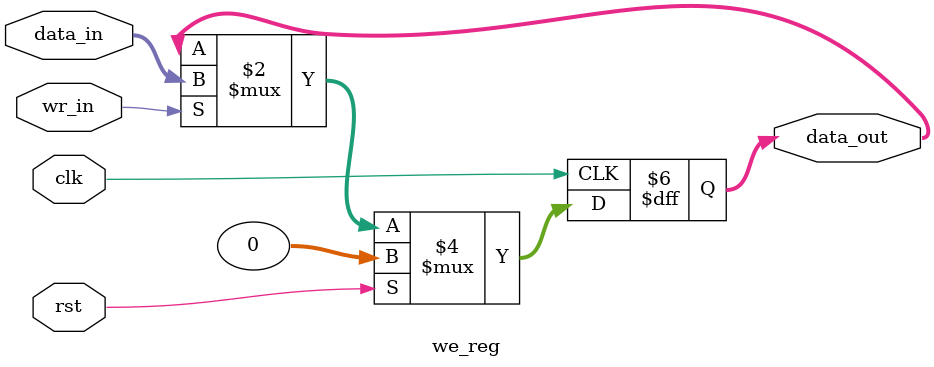
<source format=sv>

module we_reg (
        input logic clk,
        input logic rst,

	input logic[31:0] data_in,
	input logic wr_in,

        output logic[31:0] data_out 
);
// -------------------------------

always_ff @(posedge clk) begin

	if(wr_in) begin
		data_out <= data_in;
	end

	if (rst) begin
		data_out <= 32'd0;
	end

end

endmodule
// ----- End of we_reg module -----

</source>
